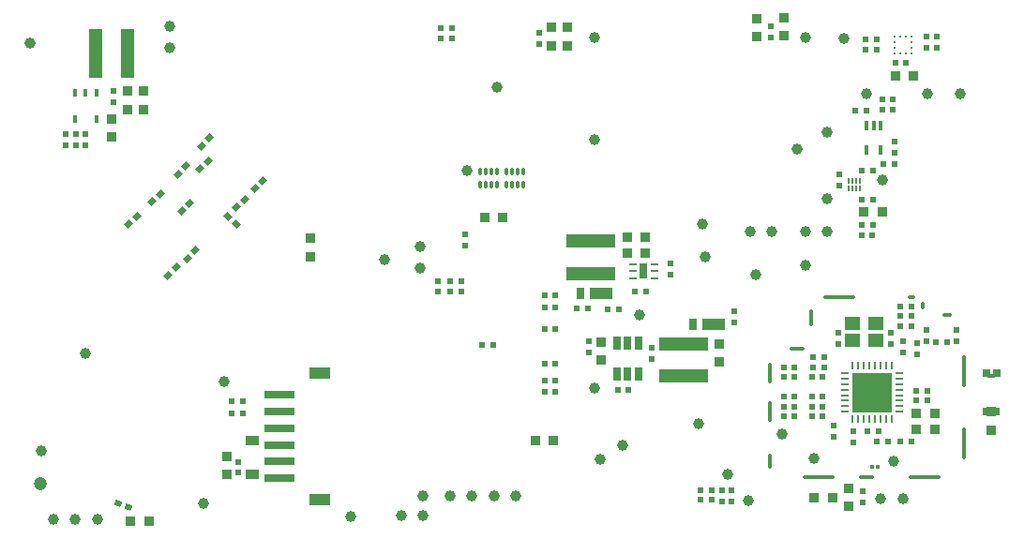
<source format=gbp>
G04 Layer_Color=128*
%FSLAX25Y25*%
%MOIN*%
G70*
G01*
G75*
%ADD21R,0.03543X0.03543*%
%ADD22R,0.02362X0.01969*%
%ADD26R,0.03543X0.03543*%
%ADD31O,0.11811X0.01378*%
%ADD34O,0.01378X0.07874*%
%ADD42C,0.04724*%
%ADD43R,0.01969X0.02362*%
%ADD44R,0.07480X0.04331*%
%ADD46C,0.03937*%
G04:AMPARAMS|DCode=49|XSize=19.69mil|YSize=23.62mil|CornerRadius=0mil|HoleSize=0mil|Usage=FLASHONLY|Rotation=45.000|XOffset=0mil|YOffset=0mil|HoleType=Round|Shape=Rectangle|*
%AMROTATEDRECTD49*
4,1,4,0.00139,-0.01531,-0.01531,0.00139,-0.00139,0.01531,0.01531,-0.00139,0.00139,-0.01531,0.0*
%
%ADD49ROTATEDRECTD49*%

%ADD54R,0.17323X0.05118*%
%ADD55O,0.01200X0.03100*%
%ADD63R,0.05118X0.17323*%
%ADD69R,0.04724X0.03347*%
%ADD71R,0.01378X0.01378*%
%ADD104O,0.01378X0.05906*%
%ADD105O,0.05512X0.01378*%
%ADD106O,0.01378X0.06496*%
%ADD107O,0.03150X0.01378*%
%ADD108O,0.01378X0.03150*%
%ADD109O,0.03543X0.01378*%
%ADD110O,0.01378X0.11811*%
%ADD111O,0.05906X0.01378*%
%ADD112R,0.00787X0.02087*%
%ADD113R,0.02500X0.05000*%
%ADD114R,0.05512X0.04724*%
%ADD115R,0.02559X0.00945*%
%ADD116R,0.03150X0.05512*%
G04:AMPARAMS|DCode=117|XSize=19.69mil|YSize=23.62mil|CornerRadius=0mil|HoleSize=0mil|Usage=FLASHONLY|Rotation=70.000|XOffset=0mil|YOffset=0mil|HoleType=Round|Shape=Rectangle|*
%AMROTATEDRECTD117*
4,1,4,0.00773,-0.01329,-0.01447,-0.00521,-0.00773,0.01329,0.01447,0.00521,0.00773,-0.01329,0.0*
%
%ADD117ROTATEDRECTD117*%

G04:AMPARAMS|DCode=118|XSize=19.69mil|YSize=23.62mil|CornerRadius=0mil|HoleSize=0mil|Usage=FLASHONLY|Rotation=315.000|XOffset=0mil|YOffset=0mil|HoleType=Round|Shape=Rectangle|*
%AMROTATEDRECTD118*
4,1,4,-0.01531,-0.00139,0.00139,0.01531,0.01531,0.00139,-0.00139,-0.01531,-0.01531,-0.00139,0.0*
%
%ADD118ROTATEDRECTD118*%

%ADD119R,0.10630X0.02756*%
%ADD120R,0.01575X0.02756*%
%ADD121R,0.03150X0.01575*%
%ADD122R,0.02559X0.03150*%
%ADD123R,0.06299X0.03150*%
%ADD124R,0.01575X0.03543*%
%ADD125R,0.00984X0.01083*%
%ADD126R,0.01083X0.00984*%
%ADD127R,0.03150X0.04331*%
%ADD128R,0.07874X0.04331*%
%ADD129R,0.14173X0.14173*%
%ADD130O,0.00984X0.03150*%
%ADD131O,0.03150X0.00984*%
D21*
X302948Y10644D02*
D03*
Y17144D02*
D03*
X353543Y37695D02*
D03*
Y44195D02*
D03*
X202748Y174450D02*
D03*
Y180950D02*
D03*
X197248D02*
D03*
Y174450D02*
D03*
X111630Y99433D02*
D03*
Y105933D02*
D03*
X81848Y21950D02*
D03*
Y28450D02*
D03*
X40950Y141924D02*
D03*
Y148424D02*
D03*
X46450Y158224D02*
D03*
Y151724D02*
D03*
X270193Y177581D02*
D03*
Y184081D02*
D03*
X279693Y177833D02*
D03*
Y184333D02*
D03*
X52050Y151824D02*
D03*
Y158324D02*
D03*
X256793Y61960D02*
D03*
Y68460D02*
D03*
X214893Y62660D02*
D03*
Y69160D02*
D03*
D22*
X283616Y42631D02*
D03*
X279679D02*
D03*
X283616Y46131D02*
D03*
X279679D02*
D03*
X283616Y56631D02*
D03*
X279679D02*
D03*
X283616Y60131D02*
D03*
X279679D02*
D03*
X294173Y63617D02*
D03*
X290235D02*
D03*
X330817Y48200D02*
D03*
X326880D02*
D03*
X309496Y37299D02*
D03*
X313433D02*
D03*
X321332Y74799D02*
D03*
X325269D02*
D03*
Y78199D02*
D03*
X321332D02*
D03*
X312779Y33600D02*
D03*
X316717D02*
D03*
X311417Y119800D02*
D03*
X307480D02*
D03*
X311417Y130100D02*
D03*
X307480D02*
D03*
X325016Y33600D02*
D03*
X321079D02*
D03*
X283616Y49631D02*
D03*
X279679D02*
D03*
X294155Y60154D02*
D03*
X290217D02*
D03*
X293661Y56631D02*
D03*
X289724D02*
D03*
X293661Y49631D02*
D03*
X289724D02*
D03*
X293661Y46131D02*
D03*
X289724D02*
D03*
X293661Y42631D02*
D03*
X289724D02*
D03*
X337868Y69099D02*
D03*
X333931D02*
D03*
X230716Y86900D02*
D03*
X226780D02*
D03*
X83461Y43783D02*
D03*
X87398D02*
D03*
X326880Y51700D02*
D03*
X330817D02*
D03*
X172561Y68083D02*
D03*
X176498D02*
D03*
X194724Y61331D02*
D03*
X198661D02*
D03*
Y73783D02*
D03*
X194724D02*
D03*
Y81483D02*
D03*
X198661D02*
D03*
Y85683D02*
D03*
X194724D02*
D03*
Y51331D02*
D03*
X198661D02*
D03*
X83531Y47899D02*
D03*
X87468D02*
D03*
X194724Y55331D02*
D03*
X198661D02*
D03*
X312918Y173000D02*
D03*
X308981D02*
D03*
X312918Y176583D02*
D03*
X308981D02*
D03*
X321332Y81499D02*
D03*
X325269D02*
D03*
X254161Y16331D02*
D03*
X250224D02*
D03*
X250224Y12831D02*
D03*
X254161D02*
D03*
X157879Y180600D02*
D03*
X161817D02*
D03*
X157879Y176900D02*
D03*
X161817D02*
D03*
X309016Y151300D02*
D03*
X305080D02*
D03*
X315179Y132200D02*
D03*
X319116D02*
D03*
X323318Y168283D02*
D03*
X319381D02*
D03*
X206279Y80900D02*
D03*
X210216D02*
D03*
X217179Y80800D02*
D03*
X221116D02*
D03*
X220681Y52083D02*
D03*
X224618D02*
D03*
X311417Y110800D02*
D03*
X307480D02*
D03*
X311316Y107000D02*
D03*
X307380D02*
D03*
D26*
X197980Y33883D02*
D03*
X191480D02*
D03*
X325900Y163783D02*
D03*
X319400D02*
D03*
X326998Y43700D02*
D03*
X333498D02*
D03*
X173443Y113331D02*
D03*
X179943D02*
D03*
X54143Y5331D02*
D03*
X47643D02*
D03*
X333498Y38100D02*
D03*
X326998D02*
D03*
X314798Y115400D02*
D03*
X308298D02*
D03*
X297150Y13599D02*
D03*
X290650D02*
D03*
X224098Y100800D02*
D03*
X230598D02*
D03*
Y106300D02*
D03*
X224098D02*
D03*
D31*
X299606Y85039D02*
D03*
X329921Y20866D02*
D03*
X292126D02*
D03*
D34*
X274803Y44488D02*
D03*
Y57874D02*
D03*
D42*
X15400Y18699D02*
D03*
D43*
X318448Y151532D02*
D03*
Y155468D02*
D03*
X299448Y128668D02*
D03*
Y124732D02*
D03*
X304348Y33231D02*
D03*
Y37168D02*
D03*
X297648Y35331D02*
D03*
Y39268D02*
D03*
X307700Y16068D02*
D03*
Y12131D02*
D03*
X299300Y72268D02*
D03*
Y68331D02*
D03*
X318000Y68331D02*
D03*
Y72268D02*
D03*
X341300Y69331D02*
D03*
Y73268D02*
D03*
X330600Y69231D02*
D03*
Y73168D02*
D03*
X261193Y12362D02*
D03*
Y16299D02*
D03*
X257693Y12362D02*
D03*
Y16299D02*
D03*
X192848Y178969D02*
D03*
Y175031D02*
D03*
X85948Y26469D02*
D03*
Y22532D02*
D03*
X166450Y107343D02*
D03*
Y103405D02*
D03*
X322248Y69368D02*
D03*
Y65431D02*
D03*
X161193Y86862D02*
D03*
Y90799D02*
D03*
X165193D02*
D03*
Y86862D02*
D03*
X156693D02*
D03*
Y90799D02*
D03*
X31550Y142851D02*
D03*
Y138914D02*
D03*
X41450Y154306D02*
D03*
Y158242D02*
D03*
X275193Y177362D02*
D03*
Y181299D02*
D03*
X24550Y138937D02*
D03*
Y142874D02*
D03*
X28050Y142874D02*
D03*
Y138937D02*
D03*
X262193Y76115D02*
D03*
Y80052D02*
D03*
X327300Y64631D02*
D03*
Y68568D02*
D03*
X330550Y177651D02*
D03*
Y173714D02*
D03*
X334050D02*
D03*
Y177651D02*
D03*
X239348Y93132D02*
D03*
Y97069D02*
D03*
X232765Y66968D02*
D03*
Y63031D02*
D03*
X210493Y69179D02*
D03*
Y65242D02*
D03*
X319148Y136432D02*
D03*
Y140368D02*
D03*
X314848Y155468D02*
D03*
Y151532D02*
D03*
D44*
X114961Y57874D02*
D03*
Y12992D02*
D03*
D46*
X177748Y159500D02*
D03*
X267323Y12598D02*
D03*
X314961Y126772D02*
D03*
X322047Y13386D02*
D03*
X295276Y120079D02*
D03*
X151575Y14173D02*
D03*
X161024D02*
D03*
X168898D02*
D03*
X176772D02*
D03*
X249606Y40157D02*
D03*
X287402Y108268D02*
D03*
X11811Y175197D02*
D03*
X314173Y13386D02*
D03*
X15748Y30225D02*
D03*
X184646Y14173D02*
D03*
X330709Y157480D02*
D03*
X295276Y143701D02*
D03*
X284646Y137795D02*
D03*
X301181Y177076D02*
D03*
X80709Y55118D02*
D03*
X73348Y11800D02*
D03*
X287402Y177165D02*
D03*
X309055Y157480D02*
D03*
X250787Y111024D02*
D03*
X222441Y32283D02*
D03*
X342520Y157480D02*
D03*
X259842Y22047D02*
D03*
X137795Y98425D02*
D03*
X251969Y99213D02*
D03*
X150394Y103150D02*
D03*
Y95276D02*
D03*
X167323Y129921D02*
D03*
X275590Y108268D02*
D03*
X212598Y140945D02*
D03*
Y177165D02*
D03*
X228346Y78740D02*
D03*
X287402Y96457D02*
D03*
X290551Y27559D02*
D03*
X318898Y26772D02*
D03*
X279134Y36220D02*
D03*
X295276Y108268D02*
D03*
X31496Y64961D02*
D03*
X267717Y108268D02*
D03*
X143701Y7391D02*
D03*
X269685Y92913D02*
D03*
X125984Y6997D02*
D03*
X212598Y52666D02*
D03*
X151575Y7391D02*
D03*
X35827Y5906D02*
D03*
X27953D02*
D03*
X20079D02*
D03*
X214567Y27165D02*
D03*
X61417Y173532D02*
D03*
Y181406D02*
D03*
D49*
X82260Y113782D02*
D03*
X85044Y110998D02*
D03*
D54*
X211248Y93491D02*
D03*
Y104909D02*
D03*
X244293Y68319D02*
D03*
Y56902D02*
D03*
D55*
X187103Y129544D02*
D03*
X185134D02*
D03*
X183166D02*
D03*
X181197D02*
D03*
Y125096D02*
D03*
X183166D02*
D03*
X185134D02*
D03*
X187103D02*
D03*
X177703Y129544D02*
D03*
X175734D02*
D03*
X173766D02*
D03*
X171797D02*
D03*
Y125096D02*
D03*
X173766D02*
D03*
X175734D02*
D03*
X177703D02*
D03*
D63*
X35241Y171674D02*
D03*
X46658D02*
D03*
D69*
X90848Y34004D02*
D03*
Y21996D02*
D03*
D71*
X313238Y24600D02*
D03*
X311151D02*
D03*
D104*
X274803Y26772D02*
D03*
D105*
X284646Y66535D02*
D03*
D106*
X289370Y77559D02*
D03*
D107*
X325197Y85039D02*
D03*
D108*
X329134Y81890D02*
D03*
D109*
X337795Y78740D02*
D03*
D110*
X343701Y58661D02*
D03*
Y33071D02*
D03*
D111*
X309055Y20866D02*
D03*
D112*
X306815Y123781D02*
D03*
X305437D02*
D03*
X304059D02*
D03*
X302681D02*
D03*
Y126419D02*
D03*
X304059D02*
D03*
X305437D02*
D03*
X306815D02*
D03*
D113*
X224293Y68710D02*
D03*
X228033D02*
D03*
Y57510D02*
D03*
X224293D02*
D03*
X220553D02*
D03*
Y68710D02*
D03*
D114*
X312600Y69694D02*
D03*
X304332D02*
D03*
Y75599D02*
D03*
X312600D02*
D03*
D115*
X226009Y96759D02*
D03*
Y94200D02*
D03*
Y91641D02*
D03*
X233687D02*
D03*
Y94200D02*
D03*
Y96759D02*
D03*
D116*
X229848Y94200D02*
D03*
D117*
X43243Y11584D02*
D03*
X46943Y10237D02*
D03*
D118*
X72760Y138800D02*
D03*
X75544Y141584D02*
D03*
X72260Y130500D02*
D03*
X75044Y133284D02*
D03*
X88044Y119784D02*
D03*
X85260Y117000D02*
D03*
X94544Y126284D02*
D03*
X91760Y123500D02*
D03*
X49705Y113650D02*
D03*
X46922Y110866D02*
D03*
X55260Y119000D02*
D03*
X58044Y121784D02*
D03*
X68544Y118284D02*
D03*
X65760Y115500D02*
D03*
X67772Y98781D02*
D03*
X70556Y101565D02*
D03*
X60992Y92732D02*
D03*
X63776Y95516D02*
D03*
X67252Y131584D02*
D03*
X64468Y128800D02*
D03*
D119*
X100394Y50196D02*
D03*
Y44291D02*
D03*
Y38385D02*
D03*
Y32480D02*
D03*
Y26574D02*
D03*
Y20669D02*
D03*
D120*
X27909Y148225D02*
D03*
X35587D02*
D03*
X35390Y157674D02*
D03*
X31650D02*
D03*
X27909D02*
D03*
D121*
X353543Y57087D02*
D03*
D122*
X355413Y57874D02*
D03*
X351673Y57874D02*
D03*
D123*
X353543Y44488D02*
D03*
D124*
X309189Y137232D02*
D03*
X314307D02*
D03*
Y146091D02*
D03*
X311748D02*
D03*
X309189D02*
D03*
D125*
X319197Y177635D02*
D03*
X321165D02*
D03*
X323134D02*
D03*
X325102D02*
D03*
Y171730D02*
D03*
X323134D02*
D03*
X321165D02*
D03*
X319197D02*
D03*
D126*
X325103Y175667D02*
D03*
X325102Y173698D02*
D03*
X319197Y173699D02*
D03*
Y175667D02*
D03*
D127*
X207408Y86300D02*
D03*
X247453Y75410D02*
D03*
D128*
X214888Y86300D02*
D03*
X254933Y75410D02*
D03*
D129*
X311193Y51131D02*
D03*
D130*
X318083Y60678D02*
D03*
X316114D02*
D03*
X314146D02*
D03*
X312177D02*
D03*
X310209D02*
D03*
X308240D02*
D03*
X306272D02*
D03*
X304303D02*
D03*
Y41583D02*
D03*
X306272D02*
D03*
X308240D02*
D03*
X310209D02*
D03*
X312177D02*
D03*
X314146D02*
D03*
X316114D02*
D03*
X318083D02*
D03*
D131*
X301646Y58021D02*
D03*
Y56052D02*
D03*
Y54084D02*
D03*
Y52115D02*
D03*
Y50146D02*
D03*
Y48178D02*
D03*
Y46209D02*
D03*
Y44241D02*
D03*
X320740D02*
D03*
Y46209D02*
D03*
Y48178D02*
D03*
Y50146D02*
D03*
Y52115D02*
D03*
Y54084D02*
D03*
Y56052D02*
D03*
Y58021D02*
D03*
M02*

</source>
